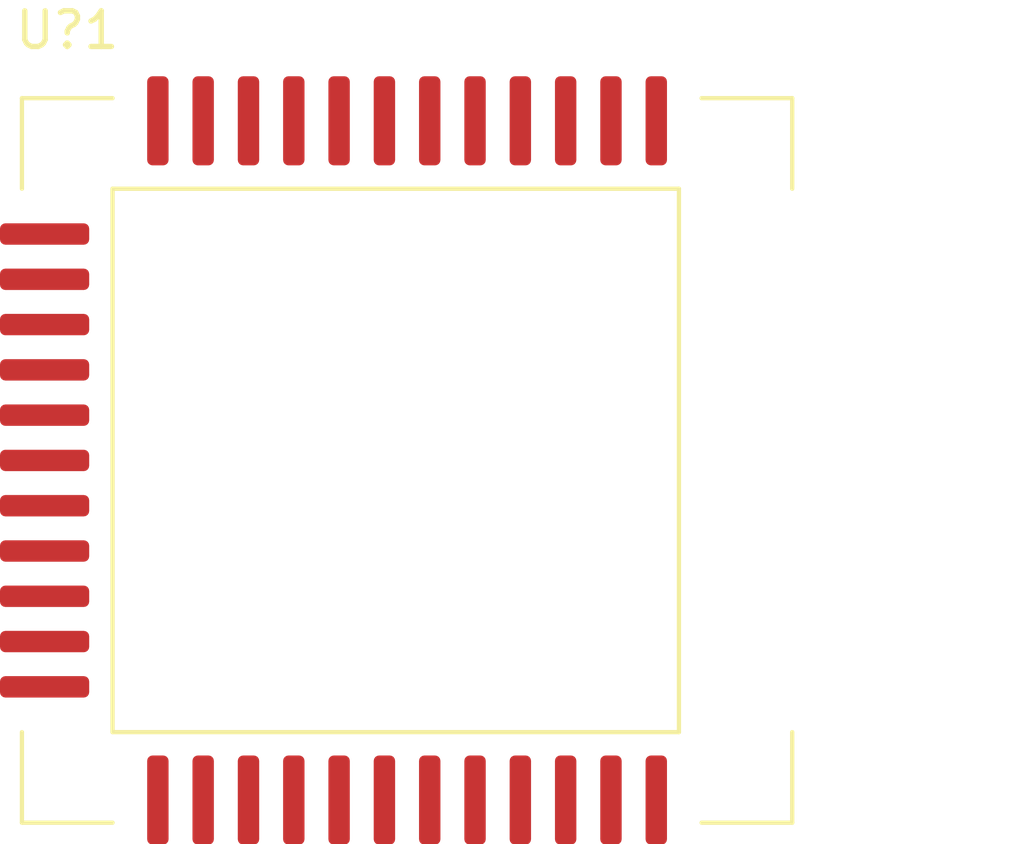
<source format=kicad_pcb>
(kicad_pcb (version 20171130) (host pcbnew "(5.1.6)-1")

  (general
    (thickness 1.6)
    (drawings 0)
    (tracks 0)
    (zones 0)
    (modules 1)
    (nets 36)
  )

  (page A4)
  (layers
    (0 F.Cu signal)
    (31 B.Cu signal)
    (32 B.Adhes user)
    (33 F.Adhes user)
    (34 B.Paste user)
    (35 F.Paste user)
    (36 B.SilkS user)
    (37 F.SilkS user)
    (38 B.Mask user)
    (39 F.Mask user)
    (40 Dwgs.User user)
    (41 Cmts.User user)
    (42 Eco1.User user)
    (43 Eco2.User user)
    (44 Edge.Cuts user)
    (45 Margin user)
    (46 B.CrtYd user)
    (47 F.CrtYd user)
    (48 B.Fab user)
    (49 F.Fab user)
  )

  (setup
    (last_trace_width 0.25)
    (trace_clearance 0.2)
    (zone_clearance 0.508)
    (zone_45_only no)
    (trace_min 0.2)
    (via_size 0.8)
    (via_drill 0.4)
    (via_min_size 0.4)
    (via_min_drill 0.3)
    (uvia_size 0.3)
    (uvia_drill 0.1)
    (uvias_allowed no)
    (uvia_min_size 0.2)
    (uvia_min_drill 0.1)
    (edge_width 0.05)
    (segment_width 0.2)
    (pcb_text_width 0.3)
    (pcb_text_size 1.5 1.5)
    (mod_edge_width 0.12)
    (mod_text_size 1 1)
    (mod_text_width 0.15)
    (pad_size 1.524 1.524)
    (pad_drill 0.762)
    (pad_to_mask_clearance 0.05)
    (aux_axis_origin 0 0)
    (visible_elements FFFFFF7F)
    (pcbplotparams
      (layerselection 0x010fc_ffffffff)
      (usegerberextensions false)
      (usegerberattributes true)
      (usegerberadvancedattributes true)
      (creategerberjobfile true)
      (excludeedgelayer true)
      (linewidth 0.100000)
      (plotframeref false)
      (viasonmask false)
      (mode 1)
      (useauxorigin false)
      (hpglpennumber 1)
      (hpglpenspeed 20)
      (hpglpendiameter 15.000000)
      (psnegative false)
      (psa4output false)
      (plotreference true)
      (plotvalue true)
      (plotinvisibletext false)
      (padsonsilk false)
      (subtractmaskfromsilk false)
      (outputformat 1)
      (mirror false)
      (drillshape 1)
      (scaleselection 1)
      (outputdirectory ""))
  )

  (net 0 "")
  (net 1 "Net-(U?1-Pad35)")
  (net 2 "Net-(U?1-Pad34)")
  (net 3 "Net-(U?1-Pad33)")
  (net 4 "Net-(U?1-Pad32)")
  (net 5 "Net-(U?1-Pad31)")
  (net 6 "Net-(U?1-Pad30)")
  (net 7 "Net-(U?1-Pad29)")
  (net 8 "Net-(U?1-Pad28)")
  (net 9 "Net-(U?1-Pad27)")
  (net 10 "Net-(U?1-Pad26)")
  (net 11 "Net-(U?1-Pad25)")
  (net 12 "Net-(U?1-Pad24)")
  (net 13 "Net-(U?1-Pad23)")
  (net 14 "Net-(U?1-Pad22)")
  (net 15 "Net-(U?1-Pad21)")
  (net 16 "Net-(U?1-Pad20)")
  (net 17 "Net-(U?1-Pad19)")
  (net 18 "Net-(U?1-Pad18)")
  (net 19 "Net-(U?1-Pad17)")
  (net 20 "Net-(U?1-Pad16)")
  (net 21 "Net-(U?1-Pad15)")
  (net 22 "Net-(U?1-Pad14)")
  (net 23 "Net-(U?1-Pad13)")
  (net 24 "Net-(U?1-Pad12)")
  (net 25 "Net-(U?1-Pad11)")
  (net 26 "Net-(U?1-Pad10)")
  (net 27 "Net-(U?1-Pad9)")
  (net 28 "Net-(U?1-Pad8)")
  (net 29 "Net-(U?1-Pad7)")
  (net 30 "Net-(U?1-Pad6)")
  (net 31 "Net-(U?1-Pad5)")
  (net 32 "Net-(U?1-Pad4)")
  (net 33 "Net-(U?1-Pad3)")
  (net 34 "Net-(U?1-Pad2)")
  (net 35 "Net-(U?1-Pad1)")

  (net_class Default "This is the default net class."
    (clearance 0.2)
    (trace_width 0.25)
    (via_dia 0.8)
    (via_drill 0.4)
    (uvia_dia 0.3)
    (uvia_drill 0.1)
    (add_net "Net-(U?1-Pad1)")
    (add_net "Net-(U?1-Pad10)")
    (add_net "Net-(U?1-Pad11)")
    (add_net "Net-(U?1-Pad12)")
    (add_net "Net-(U?1-Pad13)")
    (add_net "Net-(U?1-Pad14)")
    (add_net "Net-(U?1-Pad15)")
    (add_net "Net-(U?1-Pad16)")
    (add_net "Net-(U?1-Pad17)")
    (add_net "Net-(U?1-Pad18)")
    (add_net "Net-(U?1-Pad19)")
    (add_net "Net-(U?1-Pad2)")
    (add_net "Net-(U?1-Pad20)")
    (add_net "Net-(U?1-Pad21)")
    (add_net "Net-(U?1-Pad22)")
    (add_net "Net-(U?1-Pad23)")
    (add_net "Net-(U?1-Pad24)")
    (add_net "Net-(U?1-Pad25)")
    (add_net "Net-(U?1-Pad26)")
    (add_net "Net-(U?1-Pad27)")
    (add_net "Net-(U?1-Pad28)")
    (add_net "Net-(U?1-Pad29)")
    (add_net "Net-(U?1-Pad3)")
    (add_net "Net-(U?1-Pad30)")
    (add_net "Net-(U?1-Pad31)")
    (add_net "Net-(U?1-Pad32)")
    (add_net "Net-(U?1-Pad33)")
    (add_net "Net-(U?1-Pad34)")
    (add_net "Net-(U?1-Pad35)")
    (add_net "Net-(U?1-Pad4)")
    (add_net "Net-(U?1-Pad5)")
    (add_net "Net-(U?1-Pad6)")
    (add_net "Net-(U?1-Pad7)")
    (add_net "Net-(U?1-Pad8)")
    (add_net "Net-(U?1-Pad9)")
  )

  (module HTCC-AM02-KICAD:AM02 (layer F.Cu) (tedit 5EFA0D73) (tstamp 5FED0DEA)
    (at 144 91)
    (descr "Heltec AM02")
    (path /5FECA87A)
    (fp_text reference U?1 (at -4.445 -15.24) (layer F.SilkS)
      (effects (font (size 1 1) (thickness 0.15)))
    )
    (fp_text value HTCC-AM02 (at 17.78 -3.81) (layer F.Fab)
      (effects (font (size 1 1) (thickness 0.15)))
    )
    (fp_line (start -5.08 -12.7) (end 15.24 -12.7) (layer F.CrtYd) (width 0.12))
    (fp_line (start 15.24 -12.7) (end 15.24 6.35) (layer F.CrtYd) (width 0.12))
    (fp_line (start 15.24 6.35) (end -5.08 6.35) (layer F.CrtYd) (width 0.12))
    (fp_line (start -5.08 6.35) (end -5.08 -12.7) (layer F.CrtYd) (width 0.12))
    (fp_line (start -3.175 -10.795) (end 12.7 -10.795) (layer F.SilkS) (width 0.12))
    (fp_line (start 12.7 -10.795) (end 12.7 4.445) (layer F.SilkS) (width 0.12))
    (fp_line (start 12.7 4.445) (end -3.175 4.445) (layer F.SilkS) (width 0.12))
    (fp_line (start -3.175 4.445) (end -3.175 -10.795) (layer F.SilkS) (width 0.12))
    (fp_line (start 13.335 -13.335) (end 15.875 -13.335) (layer F.SilkS) (width 0.12))
    (fp_line (start 15.875 -13.335) (end 15.875 -10.795) (layer F.SilkS) (width 0.12))
    (fp_line (start -3.175 -13.335) (end -5.715 -13.335) (layer F.SilkS) (width 0.12))
    (fp_line (start -5.715 -13.335) (end -5.715 -10.795) (layer F.SilkS) (width 0.12))
    (fp_line (start -5.715 4.445) (end -5.715 6.985) (layer F.SilkS) (width 0.12))
    (fp_line (start -5.715 6.985) (end -3.175 6.985) (layer F.SilkS) (width 0.12))
    (fp_line (start 13.335 6.985) (end 15.875 6.985) (layer F.SilkS) (width 0.12))
    (fp_line (start 15.875 6.985) (end 15.875 4.445) (layer F.SilkS) (width 0.12))
    (fp_text user AM02 (at 5.207 -3.302) (layer F.CrtYd)
      (effects (font (size 1 1) (thickness 0.15)))
    )
    (pad 35 smd roundrect (at 12.065 6.35) (size 0.6 2.5) (layers F.Cu F.Paste F.Mask) (roundrect_rratio 0.25)
      (net 1 "Net-(U?1-Pad35)"))
    (pad 34 smd roundrect (at 10.795 6.35) (size 0.6 2.5) (layers F.Cu F.Paste F.Mask) (roundrect_rratio 0.25)
      (net 2 "Net-(U?1-Pad34)"))
    (pad 33 smd roundrect (at 9.525 6.35) (size 0.6 2.5) (layers F.Cu F.Paste F.Mask) (roundrect_rratio 0.25)
      (net 3 "Net-(U?1-Pad33)"))
    (pad 32 smd roundrect (at 8.255 6.35) (size 0.6 2.5) (layers F.Cu F.Paste F.Mask) (roundrect_rratio 0.25)
      (net 4 "Net-(U?1-Pad32)"))
    (pad 31 smd roundrect (at 6.985 6.35) (size 0.6 2.5) (layers F.Cu F.Paste F.Mask) (roundrect_rratio 0.25)
      (net 5 "Net-(U?1-Pad31)"))
    (pad 30 smd roundrect (at 5.715 6.35) (size 0.6 2.5) (layers F.Cu F.Paste F.Mask) (roundrect_rratio 0.25)
      (net 6 "Net-(U?1-Pad30)"))
    (pad 29 smd roundrect (at 4.445 6.35) (size 0.6 2.5) (layers F.Cu F.Paste F.Mask) (roundrect_rratio 0.25)
      (net 7 "Net-(U?1-Pad29)"))
    (pad 28 smd roundrect (at 3.175 6.35) (size 0.6 2.5) (layers F.Cu F.Paste F.Mask) (roundrect_rratio 0.25)
      (net 8 "Net-(U?1-Pad28)"))
    (pad 27 smd roundrect (at 1.905 6.35) (size 0.6 2.5) (layers F.Cu F.Paste F.Mask) (roundrect_rratio 0.25)
      (net 9 "Net-(U?1-Pad27)"))
    (pad 26 smd roundrect (at 0.635 6.35) (size 0.6 2.5) (layers F.Cu F.Paste F.Mask) (roundrect_rratio 0.25)
      (net 10 "Net-(U?1-Pad26)"))
    (pad 25 smd roundrect (at -0.635 6.35) (size 0.6 2.5) (layers F.Cu F.Paste F.Mask) (roundrect_rratio 0.25)
      (net 11 "Net-(U?1-Pad25)"))
    (pad 24 smd roundrect (at -1.905 6.35) (size 0.6 2.5) (layers F.Cu F.Paste F.Mask) (roundrect_rratio 0.25)
      (net 12 "Net-(U?1-Pad24)"))
    (pad 23 smd roundrect (at -5.08 3.175 270) (size 0.6 2.5) (layers F.Cu F.Paste F.Mask) (roundrect_rratio 0.25)
      (net 13 "Net-(U?1-Pad23)"))
    (pad 22 smd roundrect (at -5.08 1.905 270) (size 0.6 2.5) (layers F.Cu F.Paste F.Mask) (roundrect_rratio 0.25)
      (net 14 "Net-(U?1-Pad22)"))
    (pad 21 smd roundrect (at -5.08 0.635 270) (size 0.6 2.5) (layers F.Cu F.Paste F.Mask) (roundrect_rratio 0.25)
      (net 15 "Net-(U?1-Pad21)"))
    (pad 20 smd roundrect (at -5.08 -0.635 270) (size 0.6 2.5) (layers F.Cu F.Paste F.Mask) (roundrect_rratio 0.25)
      (net 16 "Net-(U?1-Pad20)"))
    (pad 19 smd roundrect (at -5.08 -1.905 270) (size 0.6 2.5) (layers F.Cu F.Paste F.Mask) (roundrect_rratio 0.25)
      (net 17 "Net-(U?1-Pad19)"))
    (pad 18 smd roundrect (at -5.08 -3.175 270) (size 0.6 2.5) (layers F.Cu F.Paste F.Mask) (roundrect_rratio 0.25)
      (net 18 "Net-(U?1-Pad18)"))
    (pad 17 smd roundrect (at -5.08 -4.445 270) (size 0.6 2.5) (layers F.Cu F.Paste F.Mask) (roundrect_rratio 0.25)
      (net 19 "Net-(U?1-Pad17)"))
    (pad 16 smd roundrect (at -5.08 -5.715 270) (size 0.6 2.5) (layers F.Cu F.Paste F.Mask) (roundrect_rratio 0.25)
      (net 20 "Net-(U?1-Pad16)"))
    (pad 15 smd roundrect (at -5.08 -6.985 270) (size 0.6 2.5) (layers F.Cu F.Paste F.Mask) (roundrect_rratio 0.25)
      (net 21 "Net-(U?1-Pad15)"))
    (pad 14 smd roundrect (at -5.08 -8.255 270) (size 0.6 2.5) (layers F.Cu F.Paste F.Mask) (roundrect_rratio 0.25)
      (net 22 "Net-(U?1-Pad14)"))
    (pad 13 smd roundrect (at -5.08 -9.525 270) (size 0.6 2.5) (layers F.Cu F.Paste F.Mask) (roundrect_rratio 0.25)
      (net 23 "Net-(U?1-Pad13)"))
    (pad 12 smd roundrect (at -1.905 -12.7 180) (size 0.6 2.5) (layers F.Cu F.Paste F.Mask) (roundrect_rratio 0.25)
      (net 24 "Net-(U?1-Pad12)"))
    (pad 11 smd roundrect (at -0.635 -12.7 180) (size 0.6 2.5) (layers F.Cu F.Paste F.Mask) (roundrect_rratio 0.25)
      (net 25 "Net-(U?1-Pad11)"))
    (pad 10 smd roundrect (at 0.635 -12.7 180) (size 0.6 2.5) (layers F.Cu F.Paste F.Mask) (roundrect_rratio 0.25)
      (net 26 "Net-(U?1-Pad10)"))
    (pad 9 smd roundrect (at 1.905 -12.7 180) (size 0.6 2.5) (layers F.Cu F.Paste F.Mask) (roundrect_rratio 0.25)
      (net 27 "Net-(U?1-Pad9)"))
    (pad 8 smd roundrect (at 3.175 -12.7 180) (size 0.6 2.5) (layers F.Cu F.Paste F.Mask) (roundrect_rratio 0.25)
      (net 28 "Net-(U?1-Pad8)"))
    (pad 7 smd roundrect (at 4.445 -12.7 180) (size 0.6 2.5) (layers F.Cu F.Paste F.Mask) (roundrect_rratio 0.25)
      (net 29 "Net-(U?1-Pad7)"))
    (pad 6 smd roundrect (at 5.715 -12.7 180) (size 0.6 2.5) (layers F.Cu F.Paste F.Mask) (roundrect_rratio 0.25)
      (net 30 "Net-(U?1-Pad6)"))
    (pad 5 smd roundrect (at 6.985 -12.7 180) (size 0.6 2.5) (layers F.Cu F.Paste F.Mask) (roundrect_rratio 0.25)
      (net 31 "Net-(U?1-Pad5)"))
    (pad 4 smd roundrect (at 8.255 -12.7 180) (size 0.6 2.5) (layers F.Cu F.Paste F.Mask) (roundrect_rratio 0.25)
      (net 32 "Net-(U?1-Pad4)"))
    (pad 3 smd roundrect (at 9.525 -12.7 180) (size 0.6 2.5) (layers F.Cu F.Paste F.Mask) (roundrect_rratio 0.25)
      (net 33 "Net-(U?1-Pad3)"))
    (pad 2 smd roundrect (at 10.795 -12.7 180) (size 0.6 2.5) (layers F.Cu F.Paste F.Mask) (roundrect_rratio 0.25)
      (net 34 "Net-(U?1-Pad2)"))
    (pad 1 smd roundrect (at 12.065 -12.7 180) (size 0.6 2.5) (layers F.Cu F.Paste F.Mask) (roundrect_rratio 0.25)
      (net 35 "Net-(U?1-Pad1)"))
  )

)

</source>
